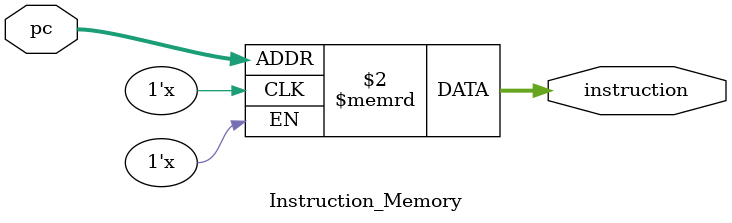
<source format=v>
`timescale 1ns / 1ps

module Instruction_Memory (
    input wire [9:0] pc,
    output reg [31:0] instruction
);

// Memoria de 1024 instrucciones
reg [31:0] rom [0:1023];

always @*
begin
    instruction = rom[pc];
end

initial begin
    // Se ingresan los datos del programa aquí
    // $readmemb("instr.txt", rom);
end

endmodule

</source>
